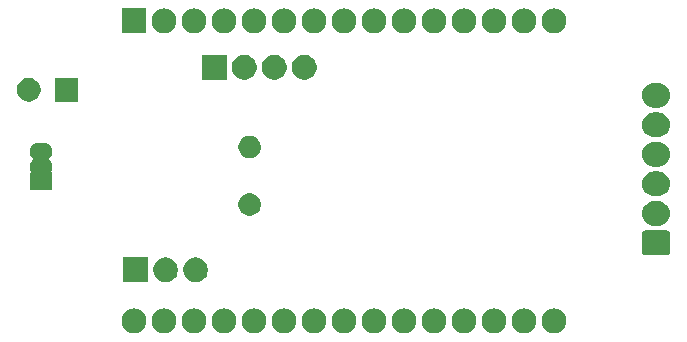
<source format=gbs>
%TF.GenerationSoftware,KiCad,Pcbnew,(5.1.5)-3*%
%TF.CreationDate,2021-02-13T19:55:16+01:00*%
%TF.ProjectId,PSACANBridgeHW_v11,50534156-616e-4436-916e-427269646765,rev?*%
%TF.SameCoordinates,Original*%
%TF.FileFunction,Soldermask,Bot*%
%TF.FilePolarity,Negative*%
%FSLAX46Y46*%
G04 Gerber Fmt 4.6, Leading zero omitted, Abs format (unit mm)*
G04 Created by KiCad (PCBNEW (5.1.5)-3) date 2021-02-13 19:55:16*
%MOMM*%
%LPD*%
G04 APERTURE LIST*
%ADD10C,0.100000*%
G04 APERTURE END LIST*
D10*
G36*
X156084687Y-141449027D02*
G01*
X156262274Y-141484350D01*
X156453362Y-141563502D01*
X156625336Y-141678411D01*
X156771589Y-141824664D01*
X156886498Y-141996638D01*
X156965650Y-142187726D01*
X157006000Y-142390584D01*
X157006000Y-142597416D01*
X156965650Y-142800274D01*
X156886498Y-142991362D01*
X156771589Y-143163336D01*
X156625336Y-143309589D01*
X156453362Y-143424498D01*
X156262274Y-143503650D01*
X156084687Y-143538973D01*
X156059417Y-143544000D01*
X155852583Y-143544000D01*
X155827313Y-143538973D01*
X155649726Y-143503650D01*
X155458638Y-143424498D01*
X155286664Y-143309589D01*
X155140411Y-143163336D01*
X155025502Y-142991362D01*
X154946350Y-142800274D01*
X154906000Y-142597416D01*
X154906000Y-142390584D01*
X154946350Y-142187726D01*
X155025502Y-141996638D01*
X155140411Y-141824664D01*
X155286664Y-141678411D01*
X155458638Y-141563502D01*
X155649726Y-141484350D01*
X155827313Y-141449027D01*
X155852583Y-141444000D01*
X156059417Y-141444000D01*
X156084687Y-141449027D01*
G37*
G36*
X145924687Y-141449027D02*
G01*
X146102274Y-141484350D01*
X146293362Y-141563502D01*
X146465336Y-141678411D01*
X146611589Y-141824664D01*
X146726498Y-141996638D01*
X146805650Y-142187726D01*
X146846000Y-142390584D01*
X146846000Y-142597416D01*
X146805650Y-142800274D01*
X146726498Y-142991362D01*
X146611589Y-143163336D01*
X146465336Y-143309589D01*
X146293362Y-143424498D01*
X146102274Y-143503650D01*
X145924687Y-143538973D01*
X145899417Y-143544000D01*
X145692583Y-143544000D01*
X145667313Y-143538973D01*
X145489726Y-143503650D01*
X145298638Y-143424498D01*
X145126664Y-143309589D01*
X144980411Y-143163336D01*
X144865502Y-142991362D01*
X144786350Y-142800274D01*
X144746000Y-142597416D01*
X144746000Y-142390584D01*
X144786350Y-142187726D01*
X144865502Y-141996638D01*
X144980411Y-141824664D01*
X145126664Y-141678411D01*
X145298638Y-141563502D01*
X145489726Y-141484350D01*
X145667313Y-141449027D01*
X145692583Y-141444000D01*
X145899417Y-141444000D01*
X145924687Y-141449027D01*
G37*
G36*
X151004687Y-141449027D02*
G01*
X151182274Y-141484350D01*
X151373362Y-141563502D01*
X151545336Y-141678411D01*
X151691589Y-141824664D01*
X151806498Y-141996638D01*
X151885650Y-142187726D01*
X151926000Y-142390584D01*
X151926000Y-142597416D01*
X151885650Y-142800274D01*
X151806498Y-142991362D01*
X151691589Y-143163336D01*
X151545336Y-143309589D01*
X151373362Y-143424498D01*
X151182274Y-143503650D01*
X151004687Y-143538973D01*
X150979417Y-143544000D01*
X150772583Y-143544000D01*
X150747313Y-143538973D01*
X150569726Y-143503650D01*
X150378638Y-143424498D01*
X150206664Y-143309589D01*
X150060411Y-143163336D01*
X149945502Y-142991362D01*
X149866350Y-142800274D01*
X149826000Y-142597416D01*
X149826000Y-142390584D01*
X149866350Y-142187726D01*
X149945502Y-141996638D01*
X150060411Y-141824664D01*
X150206664Y-141678411D01*
X150378638Y-141563502D01*
X150569726Y-141484350D01*
X150747313Y-141449027D01*
X150772583Y-141444000D01*
X150979417Y-141444000D01*
X151004687Y-141449027D01*
G37*
G36*
X153544687Y-141449027D02*
G01*
X153722274Y-141484350D01*
X153913362Y-141563502D01*
X154085336Y-141678411D01*
X154231589Y-141824664D01*
X154346498Y-141996638D01*
X154425650Y-142187726D01*
X154466000Y-142390584D01*
X154466000Y-142597416D01*
X154425650Y-142800274D01*
X154346498Y-142991362D01*
X154231589Y-143163336D01*
X154085336Y-143309589D01*
X153913362Y-143424498D01*
X153722274Y-143503650D01*
X153544687Y-143538973D01*
X153519417Y-143544000D01*
X153312583Y-143544000D01*
X153287313Y-143538973D01*
X153109726Y-143503650D01*
X152918638Y-143424498D01*
X152746664Y-143309589D01*
X152600411Y-143163336D01*
X152485502Y-142991362D01*
X152406350Y-142800274D01*
X152366000Y-142597416D01*
X152366000Y-142390584D01*
X152406350Y-142187726D01*
X152485502Y-141996638D01*
X152600411Y-141824664D01*
X152746664Y-141678411D01*
X152918638Y-141563502D01*
X153109726Y-141484350D01*
X153287313Y-141449027D01*
X153312583Y-141444000D01*
X153519417Y-141444000D01*
X153544687Y-141449027D01*
G37*
G36*
X158624687Y-141449027D02*
G01*
X158802274Y-141484350D01*
X158993362Y-141563502D01*
X159165336Y-141678411D01*
X159311589Y-141824664D01*
X159426498Y-141996638D01*
X159505650Y-142187726D01*
X159546000Y-142390584D01*
X159546000Y-142597416D01*
X159505650Y-142800274D01*
X159426498Y-142991362D01*
X159311589Y-143163336D01*
X159165336Y-143309589D01*
X158993362Y-143424498D01*
X158802274Y-143503650D01*
X158624687Y-143538973D01*
X158599417Y-143544000D01*
X158392583Y-143544000D01*
X158367313Y-143538973D01*
X158189726Y-143503650D01*
X157998638Y-143424498D01*
X157826664Y-143309589D01*
X157680411Y-143163336D01*
X157565502Y-142991362D01*
X157486350Y-142800274D01*
X157446000Y-142597416D01*
X157446000Y-142390584D01*
X157486350Y-142187726D01*
X157565502Y-141996638D01*
X157680411Y-141824664D01*
X157826664Y-141678411D01*
X157998638Y-141563502D01*
X158189726Y-141484350D01*
X158367313Y-141449027D01*
X158392583Y-141444000D01*
X158599417Y-141444000D01*
X158624687Y-141449027D01*
G37*
G36*
X148464687Y-141449027D02*
G01*
X148642274Y-141484350D01*
X148833362Y-141563502D01*
X149005336Y-141678411D01*
X149151589Y-141824664D01*
X149266498Y-141996638D01*
X149345650Y-142187726D01*
X149386000Y-142390584D01*
X149386000Y-142597416D01*
X149345650Y-142800274D01*
X149266498Y-142991362D01*
X149151589Y-143163336D01*
X149005336Y-143309589D01*
X148833362Y-143424498D01*
X148642274Y-143503650D01*
X148464687Y-143538973D01*
X148439417Y-143544000D01*
X148232583Y-143544000D01*
X148207313Y-143538973D01*
X148029726Y-143503650D01*
X147838638Y-143424498D01*
X147666664Y-143309589D01*
X147520411Y-143163336D01*
X147405502Y-142991362D01*
X147326350Y-142800274D01*
X147286000Y-142597416D01*
X147286000Y-142390584D01*
X147326350Y-142187726D01*
X147405502Y-141996638D01*
X147520411Y-141824664D01*
X147666664Y-141678411D01*
X147838638Y-141563502D01*
X148029726Y-141484350D01*
X148207313Y-141449027D01*
X148232583Y-141444000D01*
X148439417Y-141444000D01*
X148464687Y-141449027D01*
G37*
G36*
X161164687Y-141449027D02*
G01*
X161342274Y-141484350D01*
X161533362Y-141563502D01*
X161705336Y-141678411D01*
X161851589Y-141824664D01*
X161966498Y-141996638D01*
X162045650Y-142187726D01*
X162086000Y-142390584D01*
X162086000Y-142597416D01*
X162045650Y-142800274D01*
X161966498Y-142991362D01*
X161851589Y-143163336D01*
X161705336Y-143309589D01*
X161533362Y-143424498D01*
X161342274Y-143503650D01*
X161164687Y-143538973D01*
X161139417Y-143544000D01*
X160932583Y-143544000D01*
X160907313Y-143538973D01*
X160729726Y-143503650D01*
X160538638Y-143424498D01*
X160366664Y-143309589D01*
X160220411Y-143163336D01*
X160105502Y-142991362D01*
X160026350Y-142800274D01*
X159986000Y-142597416D01*
X159986000Y-142390584D01*
X160026350Y-142187726D01*
X160105502Y-141996638D01*
X160220411Y-141824664D01*
X160366664Y-141678411D01*
X160538638Y-141563502D01*
X160729726Y-141484350D01*
X160907313Y-141449027D01*
X160932583Y-141444000D01*
X161139417Y-141444000D01*
X161164687Y-141449027D01*
G37*
G36*
X143384687Y-141449027D02*
G01*
X143562274Y-141484350D01*
X143753362Y-141563502D01*
X143925336Y-141678411D01*
X144071589Y-141824664D01*
X144186498Y-141996638D01*
X144265650Y-142187726D01*
X144306000Y-142390584D01*
X144306000Y-142597416D01*
X144265650Y-142800274D01*
X144186498Y-142991362D01*
X144071589Y-143163336D01*
X143925336Y-143309589D01*
X143753362Y-143424498D01*
X143562274Y-143503650D01*
X143384687Y-143538973D01*
X143359417Y-143544000D01*
X143152583Y-143544000D01*
X143127313Y-143538973D01*
X142949726Y-143503650D01*
X142758638Y-143424498D01*
X142586664Y-143309589D01*
X142440411Y-143163336D01*
X142325502Y-142991362D01*
X142246350Y-142800274D01*
X142206000Y-142597416D01*
X142206000Y-142390584D01*
X142246350Y-142187726D01*
X142325502Y-141996638D01*
X142440411Y-141824664D01*
X142586664Y-141678411D01*
X142758638Y-141563502D01*
X142949726Y-141484350D01*
X143127313Y-141449027D01*
X143152583Y-141444000D01*
X143359417Y-141444000D01*
X143384687Y-141449027D01*
G37*
G36*
X138304687Y-141449027D02*
G01*
X138482274Y-141484350D01*
X138673362Y-141563502D01*
X138845336Y-141678411D01*
X138991589Y-141824664D01*
X139106498Y-141996638D01*
X139185650Y-142187726D01*
X139226000Y-142390584D01*
X139226000Y-142597416D01*
X139185650Y-142800274D01*
X139106498Y-142991362D01*
X138991589Y-143163336D01*
X138845336Y-143309589D01*
X138673362Y-143424498D01*
X138482274Y-143503650D01*
X138304687Y-143538973D01*
X138279417Y-143544000D01*
X138072583Y-143544000D01*
X138047313Y-143538973D01*
X137869726Y-143503650D01*
X137678638Y-143424498D01*
X137506664Y-143309589D01*
X137360411Y-143163336D01*
X137245502Y-142991362D01*
X137166350Y-142800274D01*
X137126000Y-142597416D01*
X137126000Y-142390584D01*
X137166350Y-142187726D01*
X137245502Y-141996638D01*
X137360411Y-141824664D01*
X137506664Y-141678411D01*
X137678638Y-141563502D01*
X137869726Y-141484350D01*
X138047313Y-141449027D01*
X138072583Y-141444000D01*
X138279417Y-141444000D01*
X138304687Y-141449027D01*
G37*
G36*
X163704687Y-141449027D02*
G01*
X163882274Y-141484350D01*
X164073362Y-141563502D01*
X164245336Y-141678411D01*
X164391589Y-141824664D01*
X164506498Y-141996638D01*
X164585650Y-142187726D01*
X164626000Y-142390584D01*
X164626000Y-142597416D01*
X164585650Y-142800274D01*
X164506498Y-142991362D01*
X164391589Y-143163336D01*
X164245336Y-143309589D01*
X164073362Y-143424498D01*
X163882274Y-143503650D01*
X163704687Y-143538973D01*
X163679417Y-143544000D01*
X163472583Y-143544000D01*
X163447313Y-143538973D01*
X163269726Y-143503650D01*
X163078638Y-143424498D01*
X162906664Y-143309589D01*
X162760411Y-143163336D01*
X162645502Y-142991362D01*
X162566350Y-142800274D01*
X162526000Y-142597416D01*
X162526000Y-142390584D01*
X162566350Y-142187726D01*
X162645502Y-141996638D01*
X162760411Y-141824664D01*
X162906664Y-141678411D01*
X163078638Y-141563502D01*
X163269726Y-141484350D01*
X163447313Y-141449027D01*
X163472583Y-141444000D01*
X163679417Y-141444000D01*
X163704687Y-141449027D01*
G37*
G36*
X128144687Y-141449027D02*
G01*
X128322274Y-141484350D01*
X128513362Y-141563502D01*
X128685336Y-141678411D01*
X128831589Y-141824664D01*
X128946498Y-141996638D01*
X129025650Y-142187726D01*
X129066000Y-142390584D01*
X129066000Y-142597416D01*
X129025650Y-142800274D01*
X128946498Y-142991362D01*
X128831589Y-143163336D01*
X128685336Y-143309589D01*
X128513362Y-143424498D01*
X128322274Y-143503650D01*
X128144687Y-143538973D01*
X128119417Y-143544000D01*
X127912583Y-143544000D01*
X127887313Y-143538973D01*
X127709726Y-143503650D01*
X127518638Y-143424498D01*
X127346664Y-143309589D01*
X127200411Y-143163336D01*
X127085502Y-142991362D01*
X127006350Y-142800274D01*
X126966000Y-142597416D01*
X126966000Y-142390584D01*
X127006350Y-142187726D01*
X127085502Y-141996638D01*
X127200411Y-141824664D01*
X127346664Y-141678411D01*
X127518638Y-141563502D01*
X127709726Y-141484350D01*
X127887313Y-141449027D01*
X127912583Y-141444000D01*
X128119417Y-141444000D01*
X128144687Y-141449027D01*
G37*
G36*
X130684687Y-141449027D02*
G01*
X130862274Y-141484350D01*
X131053362Y-141563502D01*
X131225336Y-141678411D01*
X131371589Y-141824664D01*
X131486498Y-141996638D01*
X131565650Y-142187726D01*
X131606000Y-142390584D01*
X131606000Y-142597416D01*
X131565650Y-142800274D01*
X131486498Y-142991362D01*
X131371589Y-143163336D01*
X131225336Y-143309589D01*
X131053362Y-143424498D01*
X130862274Y-143503650D01*
X130684687Y-143538973D01*
X130659417Y-143544000D01*
X130452583Y-143544000D01*
X130427313Y-143538973D01*
X130249726Y-143503650D01*
X130058638Y-143424498D01*
X129886664Y-143309589D01*
X129740411Y-143163336D01*
X129625502Y-142991362D01*
X129546350Y-142800274D01*
X129506000Y-142597416D01*
X129506000Y-142390584D01*
X129546350Y-142187726D01*
X129625502Y-141996638D01*
X129740411Y-141824664D01*
X129886664Y-141678411D01*
X130058638Y-141563502D01*
X130249726Y-141484350D01*
X130427313Y-141449027D01*
X130452583Y-141444000D01*
X130659417Y-141444000D01*
X130684687Y-141449027D01*
G37*
G36*
X133224687Y-141449027D02*
G01*
X133402274Y-141484350D01*
X133593362Y-141563502D01*
X133765336Y-141678411D01*
X133911589Y-141824664D01*
X134026498Y-141996638D01*
X134105650Y-142187726D01*
X134146000Y-142390584D01*
X134146000Y-142597416D01*
X134105650Y-142800274D01*
X134026498Y-142991362D01*
X133911589Y-143163336D01*
X133765336Y-143309589D01*
X133593362Y-143424498D01*
X133402274Y-143503650D01*
X133224687Y-143538973D01*
X133199417Y-143544000D01*
X132992583Y-143544000D01*
X132967313Y-143538973D01*
X132789726Y-143503650D01*
X132598638Y-143424498D01*
X132426664Y-143309589D01*
X132280411Y-143163336D01*
X132165502Y-142991362D01*
X132086350Y-142800274D01*
X132046000Y-142597416D01*
X132046000Y-142390584D01*
X132086350Y-142187726D01*
X132165502Y-141996638D01*
X132280411Y-141824664D01*
X132426664Y-141678411D01*
X132598638Y-141563502D01*
X132789726Y-141484350D01*
X132967313Y-141449027D01*
X132992583Y-141444000D01*
X133199417Y-141444000D01*
X133224687Y-141449027D01*
G37*
G36*
X135764687Y-141449027D02*
G01*
X135942274Y-141484350D01*
X136133362Y-141563502D01*
X136305336Y-141678411D01*
X136451589Y-141824664D01*
X136566498Y-141996638D01*
X136645650Y-142187726D01*
X136686000Y-142390584D01*
X136686000Y-142597416D01*
X136645650Y-142800274D01*
X136566498Y-142991362D01*
X136451589Y-143163336D01*
X136305336Y-143309589D01*
X136133362Y-143424498D01*
X135942274Y-143503650D01*
X135764687Y-143538973D01*
X135739417Y-143544000D01*
X135532583Y-143544000D01*
X135507313Y-143538973D01*
X135329726Y-143503650D01*
X135138638Y-143424498D01*
X134966664Y-143309589D01*
X134820411Y-143163336D01*
X134705502Y-142991362D01*
X134626350Y-142800274D01*
X134586000Y-142597416D01*
X134586000Y-142390584D01*
X134626350Y-142187726D01*
X134705502Y-141996638D01*
X134820411Y-141824664D01*
X134966664Y-141678411D01*
X135138638Y-141563502D01*
X135329726Y-141484350D01*
X135507313Y-141449027D01*
X135532583Y-141444000D01*
X135739417Y-141444000D01*
X135764687Y-141449027D01*
G37*
G36*
X140844687Y-141449027D02*
G01*
X141022274Y-141484350D01*
X141213362Y-141563502D01*
X141385336Y-141678411D01*
X141531589Y-141824664D01*
X141646498Y-141996638D01*
X141725650Y-142187726D01*
X141766000Y-142390584D01*
X141766000Y-142597416D01*
X141725650Y-142800274D01*
X141646498Y-142991362D01*
X141531589Y-143163336D01*
X141385336Y-143309589D01*
X141213362Y-143424498D01*
X141022274Y-143503650D01*
X140844687Y-143538973D01*
X140819417Y-143544000D01*
X140612583Y-143544000D01*
X140587313Y-143538973D01*
X140409726Y-143503650D01*
X140218638Y-143424498D01*
X140046664Y-143309589D01*
X139900411Y-143163336D01*
X139785502Y-142991362D01*
X139706350Y-142800274D01*
X139666000Y-142597416D01*
X139666000Y-142390584D01*
X139706350Y-142187726D01*
X139785502Y-141996638D01*
X139900411Y-141824664D01*
X140046664Y-141678411D01*
X140218638Y-141563502D01*
X140409726Y-141484350D01*
X140587313Y-141449027D01*
X140612583Y-141444000D01*
X140819417Y-141444000D01*
X140844687Y-141449027D01*
G37*
G36*
X133351687Y-137131027D02*
G01*
X133529274Y-137166350D01*
X133720362Y-137245502D01*
X133892336Y-137360411D01*
X134038589Y-137506664D01*
X134153498Y-137678638D01*
X134232650Y-137869726D01*
X134273000Y-138072584D01*
X134273000Y-138279416D01*
X134232650Y-138482274D01*
X134153498Y-138673362D01*
X134038589Y-138845336D01*
X133892336Y-138991589D01*
X133720362Y-139106498D01*
X133529274Y-139185650D01*
X133351687Y-139220973D01*
X133326417Y-139226000D01*
X133119583Y-139226000D01*
X133094313Y-139220973D01*
X132916726Y-139185650D01*
X132725638Y-139106498D01*
X132553664Y-138991589D01*
X132407411Y-138845336D01*
X132292502Y-138673362D01*
X132213350Y-138482274D01*
X132173000Y-138279416D01*
X132173000Y-138072584D01*
X132213350Y-137869726D01*
X132292502Y-137678638D01*
X132407411Y-137506664D01*
X132553664Y-137360411D01*
X132725638Y-137245502D01*
X132916726Y-137166350D01*
X133094313Y-137131027D01*
X133119583Y-137126000D01*
X133326417Y-137126000D01*
X133351687Y-137131027D01*
G37*
G36*
X130811687Y-137131027D02*
G01*
X130989274Y-137166350D01*
X131180362Y-137245502D01*
X131352336Y-137360411D01*
X131498589Y-137506664D01*
X131613498Y-137678638D01*
X131692650Y-137869726D01*
X131733000Y-138072584D01*
X131733000Y-138279416D01*
X131692650Y-138482274D01*
X131613498Y-138673362D01*
X131498589Y-138845336D01*
X131352336Y-138991589D01*
X131180362Y-139106498D01*
X130989274Y-139185650D01*
X130811687Y-139220973D01*
X130786417Y-139226000D01*
X130579583Y-139226000D01*
X130554313Y-139220973D01*
X130376726Y-139185650D01*
X130185638Y-139106498D01*
X130013664Y-138991589D01*
X129867411Y-138845336D01*
X129752502Y-138673362D01*
X129673350Y-138482274D01*
X129633000Y-138279416D01*
X129633000Y-138072584D01*
X129673350Y-137869726D01*
X129752502Y-137678638D01*
X129867411Y-137506664D01*
X130013664Y-137360411D01*
X130185638Y-137245502D01*
X130376726Y-137166350D01*
X130554313Y-137131027D01*
X130579583Y-137126000D01*
X130786417Y-137126000D01*
X130811687Y-137131027D01*
G37*
G36*
X129193000Y-139226000D02*
G01*
X127093000Y-139226000D01*
X127093000Y-137126000D01*
X129193000Y-137126000D01*
X129193000Y-139226000D01*
G37*
G36*
X173209326Y-134844831D02*
G01*
X173250596Y-134857350D01*
X173288631Y-134877681D01*
X173321964Y-134905036D01*
X173349319Y-134938369D01*
X173369650Y-134976404D01*
X173382169Y-135017674D01*
X173387000Y-135066727D01*
X173387000Y-136713273D01*
X173382169Y-136762326D01*
X173369650Y-136803596D01*
X173349319Y-136841631D01*
X173321964Y-136874964D01*
X173288631Y-136902319D01*
X173250596Y-136922650D01*
X173209326Y-136935169D01*
X173160273Y-136940000D01*
X171263727Y-136940000D01*
X171214674Y-136935169D01*
X171173404Y-136922650D01*
X171135369Y-136902319D01*
X171102036Y-136874964D01*
X171074681Y-136841631D01*
X171054350Y-136803596D01*
X171041831Y-136762326D01*
X171037000Y-136713273D01*
X171037000Y-135066727D01*
X171041831Y-135017674D01*
X171054350Y-134976404D01*
X171074681Y-134938369D01*
X171102036Y-134905036D01*
X171135369Y-134877681D01*
X171173404Y-134857350D01*
X171214674Y-134844831D01*
X171263727Y-134840000D01*
X173160273Y-134840000D01*
X173209326Y-134844831D01*
G37*
G36*
X172465707Y-132347596D02*
G01*
X172542836Y-132355193D01*
X172740762Y-132415233D01*
X172740765Y-132415234D01*
X172923170Y-132512732D01*
X173083055Y-132643945D01*
X173214268Y-132803830D01*
X173311766Y-132986235D01*
X173311767Y-132986238D01*
X173371807Y-133184164D01*
X173392080Y-133390000D01*
X173371807Y-133595836D01*
X173311767Y-133793762D01*
X173311766Y-133793765D01*
X173214268Y-133976170D01*
X173083055Y-134136055D01*
X172923170Y-134267268D01*
X172740765Y-134364766D01*
X172740762Y-134364767D01*
X172542836Y-134424807D01*
X172465707Y-134432404D01*
X172388580Y-134440000D01*
X172035420Y-134440000D01*
X171958293Y-134432404D01*
X171881164Y-134424807D01*
X171683238Y-134364767D01*
X171683235Y-134364766D01*
X171500830Y-134267268D01*
X171340945Y-134136055D01*
X171209732Y-133976170D01*
X171112234Y-133793765D01*
X171112233Y-133793762D01*
X171052193Y-133595836D01*
X171031920Y-133390000D01*
X171052193Y-133184164D01*
X171112233Y-132986238D01*
X171112234Y-132986235D01*
X171209732Y-132803830D01*
X171340945Y-132643945D01*
X171500830Y-132512732D01*
X171683235Y-132415234D01*
X171683238Y-132415233D01*
X171881164Y-132355193D01*
X171958293Y-132347596D01*
X172035420Y-132340000D01*
X172388580Y-132340000D01*
X172465707Y-132347596D01*
G37*
G36*
X137980336Y-131710254D02*
G01*
X138072105Y-131728508D01*
X138244994Y-131800121D01*
X138400590Y-131904087D01*
X138532913Y-132036410D01*
X138636879Y-132192006D01*
X138708492Y-132364895D01*
X138745000Y-132548433D01*
X138745000Y-132735567D01*
X138708492Y-132919105D01*
X138636879Y-133091994D01*
X138532913Y-133247590D01*
X138400590Y-133379913D01*
X138244994Y-133483879D01*
X138072105Y-133555492D01*
X137980336Y-133573746D01*
X137888568Y-133592000D01*
X137701432Y-133592000D01*
X137609664Y-133573746D01*
X137517895Y-133555492D01*
X137345006Y-133483879D01*
X137189410Y-133379913D01*
X137057087Y-133247590D01*
X136953121Y-133091994D01*
X136881508Y-132919105D01*
X136845000Y-132735567D01*
X136845000Y-132548433D01*
X136881508Y-132364895D01*
X136953121Y-132192006D01*
X137057087Y-132036410D01*
X137189410Y-131904087D01*
X137345006Y-131800121D01*
X137517895Y-131728508D01*
X137609664Y-131710254D01*
X137701432Y-131692000D01*
X137888568Y-131692000D01*
X137980336Y-131710254D01*
G37*
G36*
X172465707Y-129847596D02*
G01*
X172542836Y-129855193D01*
X172731093Y-129912300D01*
X172740765Y-129915234D01*
X172923170Y-130012732D01*
X173083055Y-130143945D01*
X173214268Y-130303830D01*
X173311766Y-130486235D01*
X173311767Y-130486238D01*
X173371807Y-130684164D01*
X173392080Y-130890000D01*
X173371807Y-131095836D01*
X173311767Y-131293762D01*
X173311766Y-131293765D01*
X173214268Y-131476170D01*
X173083055Y-131636055D01*
X172923170Y-131767268D01*
X172740765Y-131864766D01*
X172740762Y-131864767D01*
X172542836Y-131924807D01*
X172465707Y-131932403D01*
X172388580Y-131940000D01*
X172035420Y-131940000D01*
X171958293Y-131932403D01*
X171881164Y-131924807D01*
X171683238Y-131864767D01*
X171683235Y-131864766D01*
X171500830Y-131767268D01*
X171340945Y-131636055D01*
X171209732Y-131476170D01*
X171112234Y-131293765D01*
X171112233Y-131293762D01*
X171052193Y-131095836D01*
X171031920Y-130890000D01*
X171052193Y-130684164D01*
X171112233Y-130486238D01*
X171112234Y-130486235D01*
X171209732Y-130303830D01*
X171340945Y-130143945D01*
X171500830Y-130012732D01*
X171683235Y-129915234D01*
X171692907Y-129912300D01*
X171881164Y-129855193D01*
X171958293Y-129847596D01*
X172035420Y-129840000D01*
X172388580Y-129840000D01*
X172465707Y-129847596D01*
G37*
G36*
X120455866Y-127423246D02*
G01*
X120509125Y-127428491D01*
X120645788Y-127469947D01*
X120645790Y-127469948D01*
X120771736Y-127537268D01*
X120882133Y-127627867D01*
X120972731Y-127738263D01*
X121040053Y-127864212D01*
X121081509Y-128000875D01*
X121095507Y-128143000D01*
X121081509Y-128285125D01*
X121040053Y-128421788D01*
X121040052Y-128421790D01*
X120972732Y-128547736D01*
X120882133Y-128658133D01*
X120853813Y-128681374D01*
X120836485Y-128698701D01*
X120822872Y-128719076D01*
X120813494Y-128741715D01*
X120808714Y-128765748D01*
X120808714Y-128790252D01*
X120813494Y-128814285D01*
X120822872Y-128836924D01*
X120836485Y-128857298D01*
X120853813Y-128874626D01*
X120882133Y-128897867D01*
X120946394Y-128976171D01*
X120972731Y-129008263D01*
X121040053Y-129134212D01*
X121081509Y-129270875D01*
X121095507Y-129413000D01*
X121081509Y-129555125D01*
X121040053Y-129691788D01*
X121040052Y-129691791D01*
X120996069Y-129774077D01*
X120986691Y-129796716D01*
X120981911Y-129820749D01*
X120981911Y-129845253D01*
X120986691Y-129869286D01*
X120996069Y-129891925D01*
X121009683Y-129912300D01*
X121027010Y-129929627D01*
X121047384Y-129943240D01*
X121070023Y-129952618D01*
X121092000Y-129955878D01*
X121092000Y-131408000D01*
X119192000Y-131408000D01*
X119192000Y-129956591D01*
X119202078Y-129955598D01*
X119225527Y-129948485D01*
X119247138Y-129936934D01*
X119266080Y-129921389D01*
X119281625Y-129902447D01*
X119293176Y-129880836D01*
X119300289Y-129857387D01*
X119302691Y-129833001D01*
X119300289Y-129808615D01*
X119287931Y-129774077D01*
X119243948Y-129691791D01*
X119243947Y-129691788D01*
X119202491Y-129555125D01*
X119188493Y-129413000D01*
X119202491Y-129270875D01*
X119243947Y-129134212D01*
X119311269Y-129008263D01*
X119337606Y-128976171D01*
X119401867Y-128897867D01*
X119430187Y-128874626D01*
X119447515Y-128857299D01*
X119461128Y-128836924D01*
X119470506Y-128814285D01*
X119475286Y-128790252D01*
X119475286Y-128765748D01*
X119470506Y-128741715D01*
X119461128Y-128719076D01*
X119447515Y-128698702D01*
X119430187Y-128681374D01*
X119401867Y-128658133D01*
X119311268Y-128547736D01*
X119243948Y-128421790D01*
X119243947Y-128421788D01*
X119202491Y-128285125D01*
X119188493Y-128143000D01*
X119202491Y-128000875D01*
X119243947Y-127864212D01*
X119311269Y-127738263D01*
X119401867Y-127627867D01*
X119512264Y-127537268D01*
X119638210Y-127469948D01*
X119638212Y-127469947D01*
X119774875Y-127428491D01*
X119828134Y-127423246D01*
X119881391Y-127418000D01*
X120402609Y-127418000D01*
X120455866Y-127423246D01*
G37*
G36*
X172465707Y-127347596D02*
G01*
X172542836Y-127355193D01*
X172740762Y-127415233D01*
X172740765Y-127415234D01*
X172923170Y-127512732D01*
X173083055Y-127643945D01*
X173214268Y-127803830D01*
X173311766Y-127986235D01*
X173311767Y-127986238D01*
X173371807Y-128184164D01*
X173392080Y-128390000D01*
X173371807Y-128595836D01*
X173327555Y-128741715D01*
X173311766Y-128793765D01*
X173214268Y-128976170D01*
X173083055Y-129136055D01*
X172923170Y-129267268D01*
X172740765Y-129364766D01*
X172740762Y-129364767D01*
X172542836Y-129424807D01*
X172465707Y-129432403D01*
X172388580Y-129440000D01*
X172035420Y-129440000D01*
X171958293Y-129432403D01*
X171881164Y-129424807D01*
X171683238Y-129364767D01*
X171683235Y-129364766D01*
X171500830Y-129267268D01*
X171340945Y-129136055D01*
X171209732Y-128976170D01*
X171112234Y-128793765D01*
X171096445Y-128741715D01*
X171052193Y-128595836D01*
X171031920Y-128390000D01*
X171052193Y-128184164D01*
X171112233Y-127986238D01*
X171112234Y-127986235D01*
X171209732Y-127803830D01*
X171340945Y-127643945D01*
X171500830Y-127512732D01*
X171683235Y-127415234D01*
X171683238Y-127415233D01*
X171881164Y-127355193D01*
X171958293Y-127347596D01*
X172035420Y-127340000D01*
X172388580Y-127340000D01*
X172465707Y-127347596D01*
G37*
G36*
X137980336Y-126830254D02*
G01*
X138072105Y-126848508D01*
X138244994Y-126920121D01*
X138400590Y-127024087D01*
X138532913Y-127156410D01*
X138636879Y-127312006D01*
X138708492Y-127484895D01*
X138708492Y-127484896D01*
X138745000Y-127668432D01*
X138745000Y-127855568D01*
X138726746Y-127947336D01*
X138708492Y-128039105D01*
X138636879Y-128211994D01*
X138532913Y-128367590D01*
X138400590Y-128499913D01*
X138244994Y-128603879D01*
X138072105Y-128675492D01*
X138042534Y-128681374D01*
X137888568Y-128712000D01*
X137701432Y-128712000D01*
X137547466Y-128681374D01*
X137517895Y-128675492D01*
X137345006Y-128603879D01*
X137189410Y-128499913D01*
X137057087Y-128367590D01*
X136953121Y-128211994D01*
X136881508Y-128039105D01*
X136863254Y-127947336D01*
X136845000Y-127855568D01*
X136845000Y-127668432D01*
X136881508Y-127484896D01*
X136881508Y-127484895D01*
X136953121Y-127312006D01*
X137057087Y-127156410D01*
X137189410Y-127024087D01*
X137345006Y-126920121D01*
X137517895Y-126848508D01*
X137609664Y-126830254D01*
X137701432Y-126812000D01*
X137888568Y-126812000D01*
X137980336Y-126830254D01*
G37*
G36*
X172465707Y-124847596D02*
G01*
X172542836Y-124855193D01*
X172740762Y-124915233D01*
X172740765Y-124915234D01*
X172923170Y-125012732D01*
X173083055Y-125143945D01*
X173214268Y-125303830D01*
X173311766Y-125486235D01*
X173311767Y-125486238D01*
X173371807Y-125684164D01*
X173392080Y-125890000D01*
X173371807Y-126095836D01*
X173311767Y-126293762D01*
X173311766Y-126293765D01*
X173214268Y-126476170D01*
X173083055Y-126636055D01*
X172923170Y-126767268D01*
X172740765Y-126864766D01*
X172740762Y-126864767D01*
X172542836Y-126924807D01*
X172465707Y-126932404D01*
X172388580Y-126940000D01*
X172035420Y-126940000D01*
X171958293Y-126932404D01*
X171881164Y-126924807D01*
X171683238Y-126864767D01*
X171683235Y-126864766D01*
X171500830Y-126767268D01*
X171340945Y-126636055D01*
X171209732Y-126476170D01*
X171112234Y-126293765D01*
X171112233Y-126293762D01*
X171052193Y-126095836D01*
X171031920Y-125890000D01*
X171052193Y-125684164D01*
X171112233Y-125486238D01*
X171112234Y-125486235D01*
X171209732Y-125303830D01*
X171340945Y-125143945D01*
X171500830Y-125012732D01*
X171683235Y-124915234D01*
X171683238Y-124915233D01*
X171881164Y-124855193D01*
X171958293Y-124847596D01*
X172035420Y-124840000D01*
X172388580Y-124840000D01*
X172465707Y-124847596D01*
G37*
G36*
X172465707Y-122347596D02*
G01*
X172542836Y-122355193D01*
X172740762Y-122415233D01*
X172740765Y-122415234D01*
X172923170Y-122512732D01*
X173083055Y-122643945D01*
X173214268Y-122803830D01*
X173311766Y-122986235D01*
X173311767Y-122986238D01*
X173371807Y-123184164D01*
X173392080Y-123390000D01*
X173371807Y-123595836D01*
X173336341Y-123712751D01*
X173311766Y-123793765D01*
X173214268Y-123976170D01*
X173083055Y-124136055D01*
X172923170Y-124267268D01*
X172740765Y-124364766D01*
X172740762Y-124364767D01*
X172542836Y-124424807D01*
X172465707Y-124432403D01*
X172388580Y-124440000D01*
X172035420Y-124440000D01*
X171958293Y-124432403D01*
X171881164Y-124424807D01*
X171683238Y-124364767D01*
X171683235Y-124364766D01*
X171500830Y-124267268D01*
X171340945Y-124136055D01*
X171209732Y-123976170D01*
X171112234Y-123793765D01*
X171087659Y-123712751D01*
X171052193Y-123595836D01*
X171031920Y-123390000D01*
X171052193Y-123184164D01*
X171112233Y-122986238D01*
X171112234Y-122986235D01*
X171209732Y-122803830D01*
X171340945Y-122643945D01*
X171500830Y-122512732D01*
X171683235Y-122415234D01*
X171683238Y-122415233D01*
X171881164Y-122355193D01*
X171958293Y-122347596D01*
X172035420Y-122340000D01*
X172388580Y-122340000D01*
X172465707Y-122347596D01*
G37*
G36*
X119327680Y-121961498D02*
G01*
X119392689Y-121974429D01*
X119574678Y-122049811D01*
X119738463Y-122159249D01*
X119877751Y-122298537D01*
X119987189Y-122462322D01*
X120062571Y-122644311D01*
X120101000Y-122837509D01*
X120101000Y-123034491D01*
X120062571Y-123227689D01*
X119987189Y-123409678D01*
X119877751Y-123573463D01*
X119738463Y-123712751D01*
X119574678Y-123822189D01*
X119392689Y-123897571D01*
X119328290Y-123910381D01*
X119199493Y-123936000D01*
X119002507Y-123936000D01*
X118873710Y-123910381D01*
X118809311Y-123897571D01*
X118627322Y-123822189D01*
X118463537Y-123712751D01*
X118324249Y-123573463D01*
X118214811Y-123409678D01*
X118139429Y-123227689D01*
X118101000Y-123034491D01*
X118101000Y-122837509D01*
X118139429Y-122644311D01*
X118214811Y-122462322D01*
X118324249Y-122298537D01*
X118463537Y-122159249D01*
X118627322Y-122049811D01*
X118809311Y-121974429D01*
X118874320Y-121961498D01*
X119002507Y-121936000D01*
X119199493Y-121936000D01*
X119327680Y-121961498D01*
G37*
G36*
X123301000Y-123936000D02*
G01*
X121301000Y-123936000D01*
X121301000Y-121936000D01*
X123301000Y-121936000D01*
X123301000Y-123936000D01*
G37*
G36*
X137479187Y-119986027D02*
G01*
X137656774Y-120021350D01*
X137847862Y-120100502D01*
X138019836Y-120215411D01*
X138166089Y-120361664D01*
X138280998Y-120533638D01*
X138360150Y-120724726D01*
X138400500Y-120927584D01*
X138400500Y-121134416D01*
X138360150Y-121337274D01*
X138280998Y-121528362D01*
X138166089Y-121700336D01*
X138019836Y-121846589D01*
X137847862Y-121961498D01*
X137656774Y-122040650D01*
X137479187Y-122075973D01*
X137453917Y-122081000D01*
X137247083Y-122081000D01*
X137221813Y-122075973D01*
X137044226Y-122040650D01*
X136853138Y-121961498D01*
X136681164Y-121846589D01*
X136534911Y-121700336D01*
X136420002Y-121528362D01*
X136340850Y-121337274D01*
X136300500Y-121134416D01*
X136300500Y-120927584D01*
X136340850Y-120724726D01*
X136420002Y-120533638D01*
X136534911Y-120361664D01*
X136681164Y-120215411D01*
X136853138Y-120100502D01*
X137044226Y-120021350D01*
X137221813Y-119986027D01*
X137247083Y-119981000D01*
X137453917Y-119981000D01*
X137479187Y-119986027D01*
G37*
G36*
X142559187Y-119986027D02*
G01*
X142736774Y-120021350D01*
X142927862Y-120100502D01*
X143099836Y-120215411D01*
X143246089Y-120361664D01*
X143360998Y-120533638D01*
X143440150Y-120724726D01*
X143480500Y-120927584D01*
X143480500Y-121134416D01*
X143440150Y-121337274D01*
X143360998Y-121528362D01*
X143246089Y-121700336D01*
X143099836Y-121846589D01*
X142927862Y-121961498D01*
X142736774Y-122040650D01*
X142559187Y-122075973D01*
X142533917Y-122081000D01*
X142327083Y-122081000D01*
X142301813Y-122075973D01*
X142124226Y-122040650D01*
X141933138Y-121961498D01*
X141761164Y-121846589D01*
X141614911Y-121700336D01*
X141500002Y-121528362D01*
X141420850Y-121337274D01*
X141380500Y-121134416D01*
X141380500Y-120927584D01*
X141420850Y-120724726D01*
X141500002Y-120533638D01*
X141614911Y-120361664D01*
X141761164Y-120215411D01*
X141933138Y-120100502D01*
X142124226Y-120021350D01*
X142301813Y-119986027D01*
X142327083Y-119981000D01*
X142533917Y-119981000D01*
X142559187Y-119986027D01*
G37*
G36*
X140019187Y-119986027D02*
G01*
X140196774Y-120021350D01*
X140387862Y-120100502D01*
X140559836Y-120215411D01*
X140706089Y-120361664D01*
X140820998Y-120533638D01*
X140900150Y-120724726D01*
X140940500Y-120927584D01*
X140940500Y-121134416D01*
X140900150Y-121337274D01*
X140820998Y-121528362D01*
X140706089Y-121700336D01*
X140559836Y-121846589D01*
X140387862Y-121961498D01*
X140196774Y-122040650D01*
X140019187Y-122075973D01*
X139993917Y-122081000D01*
X139787083Y-122081000D01*
X139761813Y-122075973D01*
X139584226Y-122040650D01*
X139393138Y-121961498D01*
X139221164Y-121846589D01*
X139074911Y-121700336D01*
X138960002Y-121528362D01*
X138880850Y-121337274D01*
X138840500Y-121134416D01*
X138840500Y-120927584D01*
X138880850Y-120724726D01*
X138960002Y-120533638D01*
X139074911Y-120361664D01*
X139221164Y-120215411D01*
X139393138Y-120100502D01*
X139584226Y-120021350D01*
X139761813Y-119986027D01*
X139787083Y-119981000D01*
X139993917Y-119981000D01*
X140019187Y-119986027D01*
G37*
G36*
X135860500Y-122081000D02*
G01*
X133760500Y-122081000D01*
X133760500Y-119981000D01*
X135860500Y-119981000D01*
X135860500Y-122081000D01*
G37*
G36*
X138304687Y-116049027D02*
G01*
X138482274Y-116084350D01*
X138673362Y-116163502D01*
X138845336Y-116278411D01*
X138991589Y-116424664D01*
X139106498Y-116596638D01*
X139185650Y-116787726D01*
X139226000Y-116990584D01*
X139226000Y-117197416D01*
X139185650Y-117400274D01*
X139106498Y-117591362D01*
X138991589Y-117763336D01*
X138845336Y-117909589D01*
X138673362Y-118024498D01*
X138482274Y-118103650D01*
X138304687Y-118138973D01*
X138279417Y-118144000D01*
X138072583Y-118144000D01*
X138047313Y-118138973D01*
X137869726Y-118103650D01*
X137678638Y-118024498D01*
X137506664Y-117909589D01*
X137360411Y-117763336D01*
X137245502Y-117591362D01*
X137166350Y-117400274D01*
X137126000Y-117197416D01*
X137126000Y-116990584D01*
X137166350Y-116787726D01*
X137245502Y-116596638D01*
X137360411Y-116424664D01*
X137506664Y-116278411D01*
X137678638Y-116163502D01*
X137869726Y-116084350D01*
X138047313Y-116049027D01*
X138072583Y-116044000D01*
X138279417Y-116044000D01*
X138304687Y-116049027D01*
G37*
G36*
X135764687Y-116049027D02*
G01*
X135942274Y-116084350D01*
X136133362Y-116163502D01*
X136305336Y-116278411D01*
X136451589Y-116424664D01*
X136566498Y-116596638D01*
X136645650Y-116787726D01*
X136686000Y-116990584D01*
X136686000Y-117197416D01*
X136645650Y-117400274D01*
X136566498Y-117591362D01*
X136451589Y-117763336D01*
X136305336Y-117909589D01*
X136133362Y-118024498D01*
X135942274Y-118103650D01*
X135764687Y-118138973D01*
X135739417Y-118144000D01*
X135532583Y-118144000D01*
X135507313Y-118138973D01*
X135329726Y-118103650D01*
X135138638Y-118024498D01*
X134966664Y-117909589D01*
X134820411Y-117763336D01*
X134705502Y-117591362D01*
X134626350Y-117400274D01*
X134586000Y-117197416D01*
X134586000Y-116990584D01*
X134626350Y-116787726D01*
X134705502Y-116596638D01*
X134820411Y-116424664D01*
X134966664Y-116278411D01*
X135138638Y-116163502D01*
X135329726Y-116084350D01*
X135507313Y-116049027D01*
X135532583Y-116044000D01*
X135739417Y-116044000D01*
X135764687Y-116049027D01*
G37*
G36*
X130684687Y-116049027D02*
G01*
X130862274Y-116084350D01*
X131053362Y-116163502D01*
X131225336Y-116278411D01*
X131371589Y-116424664D01*
X131486498Y-116596638D01*
X131565650Y-116787726D01*
X131606000Y-116990584D01*
X131606000Y-117197416D01*
X131565650Y-117400274D01*
X131486498Y-117591362D01*
X131371589Y-117763336D01*
X131225336Y-117909589D01*
X131053362Y-118024498D01*
X130862274Y-118103650D01*
X130684687Y-118138973D01*
X130659417Y-118144000D01*
X130452583Y-118144000D01*
X130427313Y-118138973D01*
X130249726Y-118103650D01*
X130058638Y-118024498D01*
X129886664Y-117909589D01*
X129740411Y-117763336D01*
X129625502Y-117591362D01*
X129546350Y-117400274D01*
X129506000Y-117197416D01*
X129506000Y-116990584D01*
X129546350Y-116787726D01*
X129625502Y-116596638D01*
X129740411Y-116424664D01*
X129886664Y-116278411D01*
X130058638Y-116163502D01*
X130249726Y-116084350D01*
X130427313Y-116049027D01*
X130452583Y-116044000D01*
X130659417Y-116044000D01*
X130684687Y-116049027D01*
G37*
G36*
X133224687Y-116049027D02*
G01*
X133402274Y-116084350D01*
X133593362Y-116163502D01*
X133765336Y-116278411D01*
X133911589Y-116424664D01*
X134026498Y-116596638D01*
X134105650Y-116787726D01*
X134146000Y-116990584D01*
X134146000Y-117197416D01*
X134105650Y-117400274D01*
X134026498Y-117591362D01*
X133911589Y-117763336D01*
X133765336Y-117909589D01*
X133593362Y-118024498D01*
X133402274Y-118103650D01*
X133224687Y-118138973D01*
X133199417Y-118144000D01*
X132992583Y-118144000D01*
X132967313Y-118138973D01*
X132789726Y-118103650D01*
X132598638Y-118024498D01*
X132426664Y-117909589D01*
X132280411Y-117763336D01*
X132165502Y-117591362D01*
X132086350Y-117400274D01*
X132046000Y-117197416D01*
X132046000Y-116990584D01*
X132086350Y-116787726D01*
X132165502Y-116596638D01*
X132280411Y-116424664D01*
X132426664Y-116278411D01*
X132598638Y-116163502D01*
X132789726Y-116084350D01*
X132967313Y-116049027D01*
X132992583Y-116044000D01*
X133199417Y-116044000D01*
X133224687Y-116049027D01*
G37*
G36*
X163704687Y-116049027D02*
G01*
X163882274Y-116084350D01*
X164073362Y-116163502D01*
X164245336Y-116278411D01*
X164391589Y-116424664D01*
X164506498Y-116596638D01*
X164585650Y-116787726D01*
X164626000Y-116990584D01*
X164626000Y-117197416D01*
X164585650Y-117400274D01*
X164506498Y-117591362D01*
X164391589Y-117763336D01*
X164245336Y-117909589D01*
X164073362Y-118024498D01*
X163882274Y-118103650D01*
X163704687Y-118138973D01*
X163679417Y-118144000D01*
X163472583Y-118144000D01*
X163447313Y-118138973D01*
X163269726Y-118103650D01*
X163078638Y-118024498D01*
X162906664Y-117909589D01*
X162760411Y-117763336D01*
X162645502Y-117591362D01*
X162566350Y-117400274D01*
X162526000Y-117197416D01*
X162526000Y-116990584D01*
X162566350Y-116787726D01*
X162645502Y-116596638D01*
X162760411Y-116424664D01*
X162906664Y-116278411D01*
X163078638Y-116163502D01*
X163269726Y-116084350D01*
X163447313Y-116049027D01*
X163472583Y-116044000D01*
X163679417Y-116044000D01*
X163704687Y-116049027D01*
G37*
G36*
X161164687Y-116049027D02*
G01*
X161342274Y-116084350D01*
X161533362Y-116163502D01*
X161705336Y-116278411D01*
X161851589Y-116424664D01*
X161966498Y-116596638D01*
X162045650Y-116787726D01*
X162086000Y-116990584D01*
X162086000Y-117197416D01*
X162045650Y-117400274D01*
X161966498Y-117591362D01*
X161851589Y-117763336D01*
X161705336Y-117909589D01*
X161533362Y-118024498D01*
X161342274Y-118103650D01*
X161164687Y-118138973D01*
X161139417Y-118144000D01*
X160932583Y-118144000D01*
X160907313Y-118138973D01*
X160729726Y-118103650D01*
X160538638Y-118024498D01*
X160366664Y-117909589D01*
X160220411Y-117763336D01*
X160105502Y-117591362D01*
X160026350Y-117400274D01*
X159986000Y-117197416D01*
X159986000Y-116990584D01*
X160026350Y-116787726D01*
X160105502Y-116596638D01*
X160220411Y-116424664D01*
X160366664Y-116278411D01*
X160538638Y-116163502D01*
X160729726Y-116084350D01*
X160907313Y-116049027D01*
X160932583Y-116044000D01*
X161139417Y-116044000D01*
X161164687Y-116049027D01*
G37*
G36*
X158624687Y-116049027D02*
G01*
X158802274Y-116084350D01*
X158993362Y-116163502D01*
X159165336Y-116278411D01*
X159311589Y-116424664D01*
X159426498Y-116596638D01*
X159505650Y-116787726D01*
X159546000Y-116990584D01*
X159546000Y-117197416D01*
X159505650Y-117400274D01*
X159426498Y-117591362D01*
X159311589Y-117763336D01*
X159165336Y-117909589D01*
X158993362Y-118024498D01*
X158802274Y-118103650D01*
X158624687Y-118138973D01*
X158599417Y-118144000D01*
X158392583Y-118144000D01*
X158367313Y-118138973D01*
X158189726Y-118103650D01*
X157998638Y-118024498D01*
X157826664Y-117909589D01*
X157680411Y-117763336D01*
X157565502Y-117591362D01*
X157486350Y-117400274D01*
X157446000Y-117197416D01*
X157446000Y-116990584D01*
X157486350Y-116787726D01*
X157565502Y-116596638D01*
X157680411Y-116424664D01*
X157826664Y-116278411D01*
X157998638Y-116163502D01*
X158189726Y-116084350D01*
X158367313Y-116049027D01*
X158392583Y-116044000D01*
X158599417Y-116044000D01*
X158624687Y-116049027D01*
G37*
G36*
X156084687Y-116049027D02*
G01*
X156262274Y-116084350D01*
X156453362Y-116163502D01*
X156625336Y-116278411D01*
X156771589Y-116424664D01*
X156886498Y-116596638D01*
X156965650Y-116787726D01*
X157006000Y-116990584D01*
X157006000Y-117197416D01*
X156965650Y-117400274D01*
X156886498Y-117591362D01*
X156771589Y-117763336D01*
X156625336Y-117909589D01*
X156453362Y-118024498D01*
X156262274Y-118103650D01*
X156084687Y-118138973D01*
X156059417Y-118144000D01*
X155852583Y-118144000D01*
X155827313Y-118138973D01*
X155649726Y-118103650D01*
X155458638Y-118024498D01*
X155286664Y-117909589D01*
X155140411Y-117763336D01*
X155025502Y-117591362D01*
X154946350Y-117400274D01*
X154906000Y-117197416D01*
X154906000Y-116990584D01*
X154946350Y-116787726D01*
X155025502Y-116596638D01*
X155140411Y-116424664D01*
X155286664Y-116278411D01*
X155458638Y-116163502D01*
X155649726Y-116084350D01*
X155827313Y-116049027D01*
X155852583Y-116044000D01*
X156059417Y-116044000D01*
X156084687Y-116049027D01*
G37*
G36*
X153544687Y-116049027D02*
G01*
X153722274Y-116084350D01*
X153913362Y-116163502D01*
X154085336Y-116278411D01*
X154231589Y-116424664D01*
X154346498Y-116596638D01*
X154425650Y-116787726D01*
X154466000Y-116990584D01*
X154466000Y-117197416D01*
X154425650Y-117400274D01*
X154346498Y-117591362D01*
X154231589Y-117763336D01*
X154085336Y-117909589D01*
X153913362Y-118024498D01*
X153722274Y-118103650D01*
X153544687Y-118138973D01*
X153519417Y-118144000D01*
X153312583Y-118144000D01*
X153287313Y-118138973D01*
X153109726Y-118103650D01*
X152918638Y-118024498D01*
X152746664Y-117909589D01*
X152600411Y-117763336D01*
X152485502Y-117591362D01*
X152406350Y-117400274D01*
X152366000Y-117197416D01*
X152366000Y-116990584D01*
X152406350Y-116787726D01*
X152485502Y-116596638D01*
X152600411Y-116424664D01*
X152746664Y-116278411D01*
X152918638Y-116163502D01*
X153109726Y-116084350D01*
X153287313Y-116049027D01*
X153312583Y-116044000D01*
X153519417Y-116044000D01*
X153544687Y-116049027D01*
G37*
G36*
X151004687Y-116049027D02*
G01*
X151182274Y-116084350D01*
X151373362Y-116163502D01*
X151545336Y-116278411D01*
X151691589Y-116424664D01*
X151806498Y-116596638D01*
X151885650Y-116787726D01*
X151926000Y-116990584D01*
X151926000Y-117197416D01*
X151885650Y-117400274D01*
X151806498Y-117591362D01*
X151691589Y-117763336D01*
X151545336Y-117909589D01*
X151373362Y-118024498D01*
X151182274Y-118103650D01*
X151004687Y-118138973D01*
X150979417Y-118144000D01*
X150772583Y-118144000D01*
X150747313Y-118138973D01*
X150569726Y-118103650D01*
X150378638Y-118024498D01*
X150206664Y-117909589D01*
X150060411Y-117763336D01*
X149945502Y-117591362D01*
X149866350Y-117400274D01*
X149826000Y-117197416D01*
X149826000Y-116990584D01*
X149866350Y-116787726D01*
X149945502Y-116596638D01*
X150060411Y-116424664D01*
X150206664Y-116278411D01*
X150378638Y-116163502D01*
X150569726Y-116084350D01*
X150747313Y-116049027D01*
X150772583Y-116044000D01*
X150979417Y-116044000D01*
X151004687Y-116049027D01*
G37*
G36*
X148464687Y-116049027D02*
G01*
X148642274Y-116084350D01*
X148833362Y-116163502D01*
X149005336Y-116278411D01*
X149151589Y-116424664D01*
X149266498Y-116596638D01*
X149345650Y-116787726D01*
X149386000Y-116990584D01*
X149386000Y-117197416D01*
X149345650Y-117400274D01*
X149266498Y-117591362D01*
X149151589Y-117763336D01*
X149005336Y-117909589D01*
X148833362Y-118024498D01*
X148642274Y-118103650D01*
X148464687Y-118138973D01*
X148439417Y-118144000D01*
X148232583Y-118144000D01*
X148207313Y-118138973D01*
X148029726Y-118103650D01*
X147838638Y-118024498D01*
X147666664Y-117909589D01*
X147520411Y-117763336D01*
X147405502Y-117591362D01*
X147326350Y-117400274D01*
X147286000Y-117197416D01*
X147286000Y-116990584D01*
X147326350Y-116787726D01*
X147405502Y-116596638D01*
X147520411Y-116424664D01*
X147666664Y-116278411D01*
X147838638Y-116163502D01*
X148029726Y-116084350D01*
X148207313Y-116049027D01*
X148232583Y-116044000D01*
X148439417Y-116044000D01*
X148464687Y-116049027D01*
G37*
G36*
X145924687Y-116049027D02*
G01*
X146102274Y-116084350D01*
X146293362Y-116163502D01*
X146465336Y-116278411D01*
X146611589Y-116424664D01*
X146726498Y-116596638D01*
X146805650Y-116787726D01*
X146846000Y-116990584D01*
X146846000Y-117197416D01*
X146805650Y-117400274D01*
X146726498Y-117591362D01*
X146611589Y-117763336D01*
X146465336Y-117909589D01*
X146293362Y-118024498D01*
X146102274Y-118103650D01*
X145924687Y-118138973D01*
X145899417Y-118144000D01*
X145692583Y-118144000D01*
X145667313Y-118138973D01*
X145489726Y-118103650D01*
X145298638Y-118024498D01*
X145126664Y-117909589D01*
X144980411Y-117763336D01*
X144865502Y-117591362D01*
X144786350Y-117400274D01*
X144746000Y-117197416D01*
X144746000Y-116990584D01*
X144786350Y-116787726D01*
X144865502Y-116596638D01*
X144980411Y-116424664D01*
X145126664Y-116278411D01*
X145298638Y-116163502D01*
X145489726Y-116084350D01*
X145667313Y-116049027D01*
X145692583Y-116044000D01*
X145899417Y-116044000D01*
X145924687Y-116049027D01*
G37*
G36*
X143384687Y-116049027D02*
G01*
X143562274Y-116084350D01*
X143753362Y-116163502D01*
X143925336Y-116278411D01*
X144071589Y-116424664D01*
X144186498Y-116596638D01*
X144265650Y-116787726D01*
X144306000Y-116990584D01*
X144306000Y-117197416D01*
X144265650Y-117400274D01*
X144186498Y-117591362D01*
X144071589Y-117763336D01*
X143925336Y-117909589D01*
X143753362Y-118024498D01*
X143562274Y-118103650D01*
X143384687Y-118138973D01*
X143359417Y-118144000D01*
X143152583Y-118144000D01*
X143127313Y-118138973D01*
X142949726Y-118103650D01*
X142758638Y-118024498D01*
X142586664Y-117909589D01*
X142440411Y-117763336D01*
X142325502Y-117591362D01*
X142246350Y-117400274D01*
X142206000Y-117197416D01*
X142206000Y-116990584D01*
X142246350Y-116787726D01*
X142325502Y-116596638D01*
X142440411Y-116424664D01*
X142586664Y-116278411D01*
X142758638Y-116163502D01*
X142949726Y-116084350D01*
X143127313Y-116049027D01*
X143152583Y-116044000D01*
X143359417Y-116044000D01*
X143384687Y-116049027D01*
G37*
G36*
X129066000Y-118144000D02*
G01*
X126966000Y-118144000D01*
X126966000Y-116044000D01*
X129066000Y-116044000D01*
X129066000Y-118144000D01*
G37*
G36*
X140844687Y-116049027D02*
G01*
X141022274Y-116084350D01*
X141213362Y-116163502D01*
X141385336Y-116278411D01*
X141531589Y-116424664D01*
X141646498Y-116596638D01*
X141725650Y-116787726D01*
X141766000Y-116990584D01*
X141766000Y-117197416D01*
X141725650Y-117400274D01*
X141646498Y-117591362D01*
X141531589Y-117763336D01*
X141385336Y-117909589D01*
X141213362Y-118024498D01*
X141022274Y-118103650D01*
X140844687Y-118138973D01*
X140819417Y-118144000D01*
X140612583Y-118144000D01*
X140587313Y-118138973D01*
X140409726Y-118103650D01*
X140218638Y-118024498D01*
X140046664Y-117909589D01*
X139900411Y-117763336D01*
X139785502Y-117591362D01*
X139706350Y-117400274D01*
X139666000Y-117197416D01*
X139666000Y-116990584D01*
X139706350Y-116787726D01*
X139785502Y-116596638D01*
X139900411Y-116424664D01*
X140046664Y-116278411D01*
X140218638Y-116163502D01*
X140409726Y-116084350D01*
X140587313Y-116049027D01*
X140612583Y-116044000D01*
X140819417Y-116044000D01*
X140844687Y-116049027D01*
G37*
M02*

</source>
